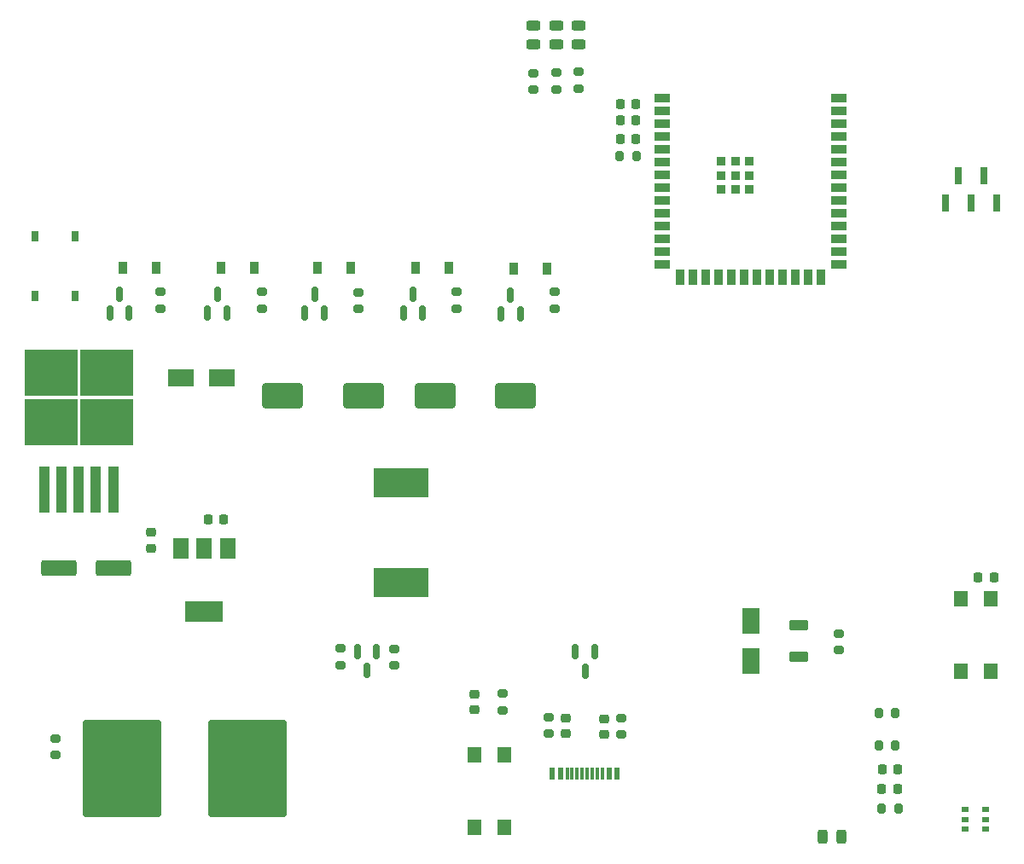
<source format=gbr>
%TF.GenerationSoftware,KiCad,Pcbnew,6.0.11+dfsg-1~bpo11+1*%
%TF.CreationDate,2024-01-26T07:42:42-05:00*%
%TF.ProjectId,Thermostat,54686572-6d6f-4737-9461-742e6b696361,V0.5.2*%
%TF.SameCoordinates,Original*%
%TF.FileFunction,Paste,Top*%
%TF.FilePolarity,Positive*%
%FSLAX46Y46*%
G04 Gerber Fmt 4.6, Leading zero omitted, Abs format (unit mm)*
G04 Created by KiCad (PCBNEW 6.0.11+dfsg-1~bpo11+1) date 2024-01-26 07:42:42*
%MOMM*%
%LPD*%
G01*
G04 APERTURE LIST*
G04 Aperture macros list*
%AMRoundRect*
0 Rectangle with rounded corners*
0 $1 Rounding radius*
0 $2 $3 $4 $5 $6 $7 $8 $9 X,Y pos of 4 corners*
0 Add a 4 corners polygon primitive as box body*
4,1,4,$2,$3,$4,$5,$6,$7,$8,$9,$2,$3,0*
0 Add four circle primitives for the rounded corners*
1,1,$1+$1,$2,$3*
1,1,$1+$1,$4,$5*
1,1,$1+$1,$6,$7*
1,1,$1+$1,$8,$9*
0 Add four rect primitives between the rounded corners*
20,1,$1+$1,$2,$3,$4,$5,0*
20,1,$1+$1,$4,$5,$6,$7,0*
20,1,$1+$1,$6,$7,$8,$9,0*
20,1,$1+$1,$8,$9,$2,$3,0*%
G04 Aperture macros list end*
%ADD10R,5.250000X4.550000*%
%ADD11R,1.100000X4.600000*%
%ADD12RoundRect,0.150000X-0.150000X0.587500X-0.150000X-0.587500X0.150000X-0.587500X0.150000X0.587500X0*%
%ADD13RoundRect,0.200000X-0.275000X0.200000X-0.275000X-0.200000X0.275000X-0.200000X0.275000X0.200000X0*%
%ADD14R,0.700000X1.000000*%
%ADD15RoundRect,0.150000X0.150000X-0.587500X0.150000X0.587500X-0.150000X0.587500X-0.150000X-0.587500X0*%
%ADD16RoundRect,0.225000X0.250000X-0.225000X0.250000X0.225000X-0.250000X0.225000X-0.250000X-0.225000X0*%
%ADD17RoundRect,0.200000X0.275000X-0.200000X0.275000X0.200000X-0.275000X0.200000X-0.275000X-0.200000X0*%
%ADD18R,0.600000X1.240000*%
%ADD19R,0.300000X1.240000*%
%ADD20R,0.900000X1.200000*%
%ADD21RoundRect,0.200000X0.200000X0.275000X-0.200000X0.275000X-0.200000X-0.275000X0.200000X-0.275000X0*%
%ADD22RoundRect,0.225000X-0.225000X-0.250000X0.225000X-0.250000X0.225000X0.250000X-0.225000X0.250000X0*%
%ADD23RoundRect,0.225000X0.225000X0.250000X-0.225000X0.250000X-0.225000X-0.250000X0.225000X-0.250000X0*%
%ADD24R,1.800000X2.500000*%
%ADD25R,1.500000X2.000000*%
%ADD26R,3.800000X2.000000*%
%ADD27R,0.800000X0.500000*%
%ADD28RoundRect,0.250000X1.500000X0.550000X-1.500000X0.550000X-1.500000X-0.550000X1.500000X-0.550000X0*%
%ADD29RoundRect,0.200000X-0.200000X-0.275000X0.200000X-0.275000X0.200000X0.275000X-0.200000X0.275000X0*%
%ADD30RoundRect,0.243750X-0.456250X0.243750X-0.456250X-0.243750X0.456250X-0.243750X0.456250X0.243750X0*%
%ADD31RoundRect,0.249998X-3.650002X-4.550002X3.650002X-4.550002X3.650002X4.550002X-3.650002X4.550002X0*%
%ADD32R,5.410200X2.895600*%
%ADD33R,1.400000X1.600000*%
%ADD34RoundRect,0.250000X0.700000X-0.275000X0.700000X0.275000X-0.700000X0.275000X-0.700000X-0.275000X0*%
%ADD35RoundRect,0.243750X-0.243750X-0.456250X0.243750X-0.456250X0.243750X0.456250X-0.243750X0.456250X0*%
%ADD36R,2.500000X1.800000*%
%ADD37RoundRect,0.250000X1.750000X1.000000X-1.750000X1.000000X-1.750000X-1.000000X1.750000X-1.000000X0*%
%ADD38R,1.500000X0.900000*%
%ADD39R,0.900000X1.500000*%
%ADD40R,0.900000X0.900000*%
%ADD41R,0.650000X1.800000*%
G04 APERTURE END LIST*
D10*
%TO.C,U2*%
X122550000Y-101470000D03*
X122550000Y-106320000D03*
X117000000Y-106320000D03*
X117000000Y-101470000D03*
D11*
X116375000Y-113045000D03*
X118075000Y-113045000D03*
X119775000Y-113045000D03*
X121475000Y-113045000D03*
X123175000Y-113045000D03*
%TD*%
D12*
%TO.C,Q1*%
X149320000Y-129160000D03*
X147420000Y-129160000D03*
X148370000Y-131035000D03*
%TD*%
D13*
%TO.C,R8*%
X169340000Y-71595000D03*
X169340000Y-73245000D03*
%TD*%
D14*
%TO.C,BR1*%
X119440000Y-87895000D03*
X115440000Y-87895000D03*
X115440000Y-93845000D03*
X119440000Y-93845000D03*
%TD*%
D13*
%TO.C,R15*%
X151060000Y-128872500D03*
X151060000Y-130522500D03*
%TD*%
D15*
%TO.C,Q5*%
X151970000Y-95557500D03*
X153870000Y-95557500D03*
X152920000Y-93682500D03*
%TD*%
D16*
%TO.C,C9*%
X126900000Y-118855000D03*
X126900000Y-117305000D03*
%TD*%
D17*
%TO.C,R6*%
X166368000Y-137300000D03*
X166368000Y-135650000D03*
%TD*%
D16*
%TO.C,C6*%
X168120000Y-137265000D03*
X168120000Y-135715000D03*
%TD*%
D17*
%TO.C,R7*%
X173590000Y-137380000D03*
X173590000Y-135730000D03*
%TD*%
D18*
%TO.C,J1*%
X166770000Y-141200000D03*
X167570000Y-141200000D03*
D19*
X168720000Y-141200000D03*
X169720000Y-141200000D03*
X170220000Y-141200000D03*
X171220000Y-141200000D03*
D18*
X172370000Y-141200000D03*
X173170000Y-141200000D03*
X173170000Y-141200000D03*
X172370000Y-141200000D03*
D19*
X171720000Y-141200000D03*
X170720000Y-141200000D03*
X169220000Y-141200000D03*
X168220000Y-141200000D03*
D18*
X167570000Y-141200000D03*
X166770000Y-141200000D03*
%TD*%
D20*
%TO.C,D11*%
X156520000Y-91070000D03*
X153220000Y-91070000D03*
%TD*%
D21*
%TO.C,R11*%
X201075000Y-144740000D03*
X199425000Y-144740000D03*
%TD*%
D22*
%TO.C,C7*%
X209005000Y-121780000D03*
X210555000Y-121780000D03*
%TD*%
D23*
%TO.C,C2*%
X175040000Y-78280000D03*
X173490000Y-78280000D03*
%TD*%
D24*
%TO.C,D1*%
X186420000Y-126060000D03*
X186420000Y-130060000D03*
%TD*%
D25*
%TO.C,U3*%
X134530000Y-118870000D03*
X132230000Y-118870000D03*
D26*
X132230000Y-125170000D03*
D25*
X129930000Y-118870000D03*
%TD*%
D27*
%TO.C,U4*%
X207750000Y-144780000D03*
X207750000Y-145780000D03*
X207750000Y-146780000D03*
X209750000Y-146780000D03*
X209750000Y-145780000D03*
X209750000Y-144780000D03*
%TD*%
D23*
%TO.C,C4*%
X175040000Y-76360000D03*
X173490000Y-76360000D03*
%TD*%
D28*
%TO.C,C12*%
X123200000Y-120830000D03*
X117800000Y-120830000D03*
%TD*%
D29*
%TO.C,R2*%
X199155000Y-138470000D03*
X200805000Y-138470000D03*
%TD*%
D30*
%TO.C,D5*%
X169340000Y-67002500D03*
X169340000Y-68877500D03*
%TD*%
D13*
%TO.C,R17*%
X137930000Y-93435000D03*
X137930000Y-95085000D03*
%TD*%
D30*
%TO.C,D7*%
X164910000Y-66992500D03*
X164910000Y-68867500D03*
%TD*%
D31*
%TO.C,C13*%
X124020000Y-140770000D03*
X136520000Y-140770000D03*
%TD*%
D16*
%TO.C,C1*%
X159000000Y-134915000D03*
X159000000Y-133365000D03*
%TD*%
D32*
%TO.C,L2*%
X151710000Y-122286000D03*
X151710000Y-112380000D03*
%TD*%
D13*
%TO.C,R9*%
X167120000Y-71675000D03*
X167120000Y-73325000D03*
%TD*%
D15*
%TO.C,Q4*%
X142220000Y-95537500D03*
X144120000Y-95537500D03*
X143170000Y-93662500D03*
%TD*%
D12*
%TO.C,D3*%
X170950000Y-129172500D03*
X169050000Y-129172500D03*
X170000000Y-131047500D03*
%TD*%
D33*
%TO.C,SW2*%
X210288000Y-131108000D03*
X210288000Y-123908000D03*
X207288000Y-123908000D03*
X207288000Y-131108000D03*
%TD*%
D15*
%TO.C,Q3*%
X132560000Y-95557500D03*
X134460000Y-95557500D03*
X133510000Y-93682500D03*
%TD*%
%TO.C,Q6*%
X161670000Y-95577500D03*
X163570000Y-95577500D03*
X162620000Y-93702500D03*
%TD*%
D20*
%TO.C,D9*%
X137160000Y-91050000D03*
X133860000Y-91050000D03*
%TD*%
D13*
%TO.C,R5*%
X195210000Y-127325000D03*
X195210000Y-128975000D03*
%TD*%
D23*
%TO.C,C3*%
X175040000Y-74740000D03*
X173490000Y-74740000D03*
%TD*%
D34*
%TO.C,L1*%
X191220000Y-129635000D03*
X191220000Y-126485000D03*
%TD*%
D35*
%TO.C,D2*%
X193602500Y-147470000D03*
X195477500Y-147470000D03*
%TD*%
D36*
%TO.C,D4*%
X129940000Y-101930000D03*
X133940000Y-101930000D03*
%TD*%
D20*
%TO.C,D12*%
X166240000Y-91090000D03*
X162940000Y-91090000D03*
%TD*%
D13*
%TO.C,R10*%
X164910000Y-71695000D03*
X164910000Y-73345000D03*
%TD*%
%TO.C,R18*%
X147500000Y-93445000D03*
X147500000Y-95095000D03*
%TD*%
D29*
%TO.C,R3*%
X199135000Y-135200000D03*
X200785000Y-135200000D03*
%TD*%
D37*
%TO.C,C10*%
X148000000Y-103710000D03*
X140000000Y-103710000D03*
%TD*%
D20*
%TO.C,D8*%
X127430000Y-91040000D03*
X124130000Y-91040000D03*
%TD*%
D17*
%TO.C,R14*%
X117500000Y-139415000D03*
X117500000Y-137765000D03*
%TD*%
D13*
%TO.C,R19*%
X157230000Y-93435000D03*
X157230000Y-95085000D03*
%TD*%
%TO.C,R20*%
X166950000Y-93425000D03*
X166950000Y-95075000D03*
%TD*%
%TO.C,R16*%
X127850000Y-93415000D03*
X127850000Y-95065000D03*
%TD*%
D38*
%TO.C,U1*%
X177662500Y-74160000D03*
X177662500Y-75430000D03*
X177662500Y-76700000D03*
X177662500Y-77970000D03*
X177662500Y-79240000D03*
X177662500Y-80510000D03*
X177662500Y-81780000D03*
X177662500Y-83050000D03*
X177662500Y-84320000D03*
X177662500Y-85590000D03*
X177662500Y-86860000D03*
X177662500Y-88130000D03*
X177662500Y-89400000D03*
X177662500Y-90670000D03*
D39*
X179427500Y-91920000D03*
X180697500Y-91920000D03*
X181967500Y-91920000D03*
X183237500Y-91920000D03*
X184507500Y-91920000D03*
X185777500Y-91920000D03*
X187047500Y-91920000D03*
X188317500Y-91920000D03*
X189587500Y-91920000D03*
X190857500Y-91920000D03*
X192127500Y-91920000D03*
X193397500Y-91920000D03*
D38*
X195162500Y-90670000D03*
X195162500Y-89400000D03*
X195162500Y-88130000D03*
X195162500Y-86860000D03*
X195162500Y-85590000D03*
X195162500Y-84320000D03*
X195162500Y-83050000D03*
X195162500Y-81780000D03*
X195162500Y-80510000D03*
X195162500Y-79240000D03*
X195162500Y-77970000D03*
X195162500Y-76700000D03*
X195162500Y-75430000D03*
X195162500Y-74160000D03*
D40*
X184912500Y-81880000D03*
X183512500Y-81880000D03*
X186312500Y-81880000D03*
X183512500Y-83280000D03*
X184912500Y-83280000D03*
X186312500Y-83280000D03*
X183512500Y-80480000D03*
X184912500Y-80480000D03*
X186312500Y-80480000D03*
%TD*%
D30*
%TO.C,D6*%
X167120000Y-67002500D03*
X167120000Y-68877500D03*
%TD*%
D22*
%TO.C,C8*%
X132615000Y-116000000D03*
X134165000Y-116000000D03*
%TD*%
D16*
%TO.C,C5*%
X171900000Y-137335000D03*
X171900000Y-135785000D03*
%TD*%
D37*
%TO.C,C11*%
X163110000Y-103730000D03*
X155110000Y-103730000D03*
%TD*%
D33*
%TO.C,SW1*%
X162028000Y-139402000D03*
X162028000Y-146602000D03*
X159028000Y-139402000D03*
X159028000Y-146602000D03*
%TD*%
D17*
%TO.C,R1*%
X161840000Y-134955000D03*
X161840000Y-133305000D03*
%TD*%
D15*
%TO.C,Q2*%
X122880000Y-95537500D03*
X124780000Y-95537500D03*
X123830000Y-93662500D03*
%TD*%
D23*
%TO.C,C15*%
X201015000Y-140780000D03*
X199465000Y-140780000D03*
%TD*%
D21*
%TO.C,R4*%
X175075000Y-79910000D03*
X173425000Y-79910000D03*
%TD*%
D13*
%TO.C,R13*%
X145700000Y-128832500D03*
X145700000Y-130482500D03*
%TD*%
D20*
%TO.C,D10*%
X146770000Y-91040000D03*
X143470000Y-91040000D03*
%TD*%
D23*
%TO.C,C14*%
X200995000Y-142730000D03*
X199445000Y-142730000D03*
%TD*%
D41*
%TO.C,J4*%
X210850000Y-84590000D03*
X209580000Y-81890000D03*
X208310000Y-84590000D03*
X207040000Y-81890000D03*
X205770000Y-84590000D03*
%TD*%
M02*

</source>
